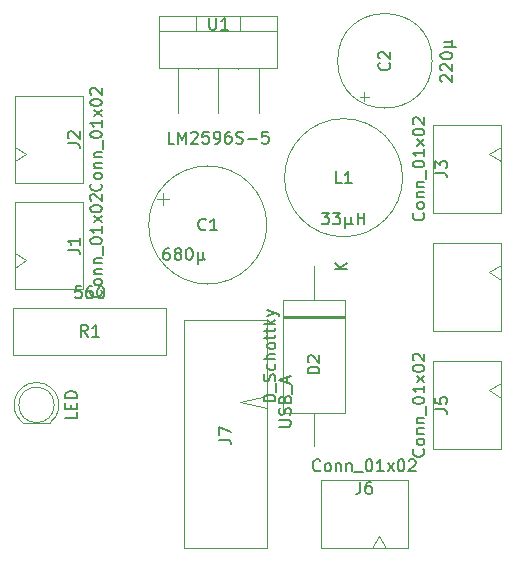
<source format=gbr>
G04 #@! TF.GenerationSoftware,KiCad,Pcbnew,(6.0.1)*
G04 #@! TF.CreationDate,2022-01-19T14:13:58+00:00*
G04 #@! TF.ProjectId,power_supply,706f7765-725f-4737-9570-706c792e6b69,rev?*
G04 #@! TF.SameCoordinates,Original*
G04 #@! TF.FileFunction,AssemblyDrawing,Top*
%FSLAX46Y46*%
G04 Gerber Fmt 4.6, Leading zero omitted, Abs format (unit mm)*
G04 Created by KiCad (PCBNEW (6.0.1)) date 2022-01-19 14:13:58*
%MOMM*%
%LPD*%
G01*
G04 APERTURE LIST*
%ADD10C,0.150000*%
%ADD11C,0.100000*%
G04 APERTURE END LIST*
D10*
X183032380Y-148071428D02*
X183841904Y-148071428D01*
X183937142Y-148023809D01*
X183984761Y-147976190D01*
X184032380Y-147880952D01*
X184032380Y-147690476D01*
X183984761Y-147595238D01*
X183937142Y-147547619D01*
X183841904Y-147500000D01*
X183032380Y-147500000D01*
X183984761Y-147071428D02*
X184032380Y-146928571D01*
X184032380Y-146690476D01*
X183984761Y-146595238D01*
X183937142Y-146547619D01*
X183841904Y-146500000D01*
X183746666Y-146500000D01*
X183651428Y-146547619D01*
X183603809Y-146595238D01*
X183556190Y-146690476D01*
X183508571Y-146880952D01*
X183460952Y-146976190D01*
X183413333Y-147023809D01*
X183318095Y-147071428D01*
X183222857Y-147071428D01*
X183127619Y-147023809D01*
X183080000Y-146976190D01*
X183032380Y-146880952D01*
X183032380Y-146642857D01*
X183080000Y-146500000D01*
X183508571Y-145738095D02*
X183556190Y-145595238D01*
X183603809Y-145547619D01*
X183699047Y-145500000D01*
X183841904Y-145500000D01*
X183937142Y-145547619D01*
X183984761Y-145595238D01*
X184032380Y-145690476D01*
X184032380Y-146071428D01*
X183032380Y-146071428D01*
X183032380Y-145738095D01*
X183080000Y-145642857D01*
X183127619Y-145595238D01*
X183222857Y-145547619D01*
X183318095Y-145547619D01*
X183413333Y-145595238D01*
X183460952Y-145642857D01*
X183508571Y-145738095D01*
X183508571Y-146071428D01*
X184127619Y-145309523D02*
X184127619Y-144547619D01*
X183746666Y-144357142D02*
X183746666Y-143880952D01*
X184032380Y-144452380D02*
X183032380Y-144119047D01*
X184032380Y-143785714D01*
X177952380Y-149188333D02*
X178666666Y-149188333D01*
X178809523Y-149235952D01*
X178904761Y-149331190D01*
X178952380Y-149474047D01*
X178952380Y-149569285D01*
X177952380Y-148807380D02*
X177952380Y-148140714D01*
X178952380Y-148569285D01*
X186511904Y-151757142D02*
X186464285Y-151804761D01*
X186321428Y-151852380D01*
X186226190Y-151852380D01*
X186083333Y-151804761D01*
X185988095Y-151709523D01*
X185940476Y-151614285D01*
X185892857Y-151423809D01*
X185892857Y-151280952D01*
X185940476Y-151090476D01*
X185988095Y-150995238D01*
X186083333Y-150900000D01*
X186226190Y-150852380D01*
X186321428Y-150852380D01*
X186464285Y-150900000D01*
X186511904Y-150947619D01*
X187083333Y-151852380D02*
X186988095Y-151804761D01*
X186940476Y-151757142D01*
X186892857Y-151661904D01*
X186892857Y-151376190D01*
X186940476Y-151280952D01*
X186988095Y-151233333D01*
X187083333Y-151185714D01*
X187226190Y-151185714D01*
X187321428Y-151233333D01*
X187369047Y-151280952D01*
X187416666Y-151376190D01*
X187416666Y-151661904D01*
X187369047Y-151757142D01*
X187321428Y-151804761D01*
X187226190Y-151852380D01*
X187083333Y-151852380D01*
X187845238Y-151185714D02*
X187845238Y-151852380D01*
X187845238Y-151280952D02*
X187892857Y-151233333D01*
X187988095Y-151185714D01*
X188130952Y-151185714D01*
X188226190Y-151233333D01*
X188273809Y-151328571D01*
X188273809Y-151852380D01*
X188750000Y-151185714D02*
X188750000Y-151852380D01*
X188750000Y-151280952D02*
X188797619Y-151233333D01*
X188892857Y-151185714D01*
X189035714Y-151185714D01*
X189130952Y-151233333D01*
X189178571Y-151328571D01*
X189178571Y-151852380D01*
X189416666Y-151947619D02*
X190178571Y-151947619D01*
X190607142Y-150852380D02*
X190702380Y-150852380D01*
X190797619Y-150900000D01*
X190845238Y-150947619D01*
X190892857Y-151042857D01*
X190940476Y-151233333D01*
X190940476Y-151471428D01*
X190892857Y-151661904D01*
X190845238Y-151757142D01*
X190797619Y-151804761D01*
X190702380Y-151852380D01*
X190607142Y-151852380D01*
X190511904Y-151804761D01*
X190464285Y-151757142D01*
X190416666Y-151661904D01*
X190369047Y-151471428D01*
X190369047Y-151233333D01*
X190416666Y-151042857D01*
X190464285Y-150947619D01*
X190511904Y-150900000D01*
X190607142Y-150852380D01*
X191892857Y-151852380D02*
X191321428Y-151852380D01*
X191607142Y-151852380D02*
X191607142Y-150852380D01*
X191511904Y-150995238D01*
X191416666Y-151090476D01*
X191321428Y-151138095D01*
X192226190Y-151852380D02*
X192750000Y-151185714D01*
X192226190Y-151185714D02*
X192750000Y-151852380D01*
X193321428Y-150852380D02*
X193416666Y-150852380D01*
X193511904Y-150900000D01*
X193559523Y-150947619D01*
X193607142Y-151042857D01*
X193654761Y-151233333D01*
X193654761Y-151471428D01*
X193607142Y-151661904D01*
X193559523Y-151757142D01*
X193511904Y-151804761D01*
X193416666Y-151852380D01*
X193321428Y-151852380D01*
X193226190Y-151804761D01*
X193178571Y-151757142D01*
X193130952Y-151661904D01*
X193083333Y-151471428D01*
X193083333Y-151233333D01*
X193130952Y-151042857D01*
X193178571Y-150947619D01*
X193226190Y-150900000D01*
X193321428Y-150852380D01*
X194035714Y-150947619D02*
X194083333Y-150900000D01*
X194178571Y-150852380D01*
X194416666Y-150852380D01*
X194511904Y-150900000D01*
X194559523Y-150947619D01*
X194607142Y-151042857D01*
X194607142Y-151138095D01*
X194559523Y-151280952D01*
X193988095Y-151852380D01*
X194607142Y-151852380D01*
X189916666Y-152752380D02*
X189916666Y-153466666D01*
X189869047Y-153609523D01*
X189773809Y-153704761D01*
X189630952Y-153752380D01*
X189535714Y-153752380D01*
X190821428Y-152752380D02*
X190630952Y-152752380D01*
X190535714Y-152800000D01*
X190488095Y-152847619D01*
X190392857Y-152990476D01*
X190345238Y-153180952D01*
X190345238Y-153561904D01*
X190392857Y-153657142D01*
X190440476Y-153704761D01*
X190535714Y-153752380D01*
X190726190Y-153752380D01*
X190821428Y-153704761D01*
X190869047Y-153657142D01*
X190916666Y-153561904D01*
X190916666Y-153323809D01*
X190869047Y-153228571D01*
X190821428Y-153180952D01*
X190726190Y-153133333D01*
X190535714Y-153133333D01*
X190440476Y-153180952D01*
X190392857Y-153228571D01*
X190345238Y-153323809D01*
X195257142Y-149988095D02*
X195304761Y-150035714D01*
X195352380Y-150178571D01*
X195352380Y-150273809D01*
X195304761Y-150416666D01*
X195209523Y-150511904D01*
X195114285Y-150559523D01*
X194923809Y-150607142D01*
X194780952Y-150607142D01*
X194590476Y-150559523D01*
X194495238Y-150511904D01*
X194400000Y-150416666D01*
X194352380Y-150273809D01*
X194352380Y-150178571D01*
X194400000Y-150035714D01*
X194447619Y-149988095D01*
X195352380Y-149416666D02*
X195304761Y-149511904D01*
X195257142Y-149559523D01*
X195161904Y-149607142D01*
X194876190Y-149607142D01*
X194780952Y-149559523D01*
X194733333Y-149511904D01*
X194685714Y-149416666D01*
X194685714Y-149273809D01*
X194733333Y-149178571D01*
X194780952Y-149130952D01*
X194876190Y-149083333D01*
X195161904Y-149083333D01*
X195257142Y-149130952D01*
X195304761Y-149178571D01*
X195352380Y-149273809D01*
X195352380Y-149416666D01*
X194685714Y-148654761D02*
X195352380Y-148654761D01*
X194780952Y-148654761D02*
X194733333Y-148607142D01*
X194685714Y-148511904D01*
X194685714Y-148369047D01*
X194733333Y-148273809D01*
X194828571Y-148226190D01*
X195352380Y-148226190D01*
X194685714Y-147750000D02*
X195352380Y-147750000D01*
X194780952Y-147750000D02*
X194733333Y-147702380D01*
X194685714Y-147607142D01*
X194685714Y-147464285D01*
X194733333Y-147369047D01*
X194828571Y-147321428D01*
X195352380Y-147321428D01*
X195447619Y-147083333D02*
X195447619Y-146321428D01*
X194352380Y-145892857D02*
X194352380Y-145797619D01*
X194400000Y-145702380D01*
X194447619Y-145654761D01*
X194542857Y-145607142D01*
X194733333Y-145559523D01*
X194971428Y-145559523D01*
X195161904Y-145607142D01*
X195257142Y-145654761D01*
X195304761Y-145702380D01*
X195352380Y-145797619D01*
X195352380Y-145892857D01*
X195304761Y-145988095D01*
X195257142Y-146035714D01*
X195161904Y-146083333D01*
X194971428Y-146130952D01*
X194733333Y-146130952D01*
X194542857Y-146083333D01*
X194447619Y-146035714D01*
X194400000Y-145988095D01*
X194352380Y-145892857D01*
X195352380Y-144607142D02*
X195352380Y-145178571D01*
X195352380Y-144892857D02*
X194352380Y-144892857D01*
X194495238Y-144988095D01*
X194590476Y-145083333D01*
X194638095Y-145178571D01*
X195352380Y-144273809D02*
X194685714Y-143750000D01*
X194685714Y-144273809D02*
X195352380Y-143750000D01*
X194352380Y-143178571D02*
X194352380Y-143083333D01*
X194400000Y-142988095D01*
X194447619Y-142940476D01*
X194542857Y-142892857D01*
X194733333Y-142845238D01*
X194971428Y-142845238D01*
X195161904Y-142892857D01*
X195257142Y-142940476D01*
X195304761Y-142988095D01*
X195352380Y-143083333D01*
X195352380Y-143178571D01*
X195304761Y-143273809D01*
X195257142Y-143321428D01*
X195161904Y-143369047D01*
X194971428Y-143416666D01*
X194733333Y-143416666D01*
X194542857Y-143369047D01*
X194447619Y-143321428D01*
X194400000Y-143273809D01*
X194352380Y-143178571D01*
X194447619Y-142464285D02*
X194400000Y-142416666D01*
X194352380Y-142321428D01*
X194352380Y-142083333D01*
X194400000Y-141988095D01*
X194447619Y-141940476D01*
X194542857Y-141892857D01*
X194638095Y-141892857D01*
X194780952Y-141940476D01*
X195352380Y-142511904D01*
X195352380Y-141892857D01*
X196252380Y-146583333D02*
X196966666Y-146583333D01*
X197109523Y-146630952D01*
X197204761Y-146726190D01*
X197252380Y-146869047D01*
X197252380Y-146964285D01*
X196252380Y-145630952D02*
X196252380Y-146107142D01*
X196728571Y-146154761D01*
X196680952Y-146107142D01*
X196633333Y-146011904D01*
X196633333Y-145773809D01*
X196680952Y-145678571D01*
X196728571Y-145630952D01*
X196823809Y-145583333D01*
X197061904Y-145583333D01*
X197157142Y-145630952D01*
X197204761Y-145678571D01*
X197252380Y-145773809D01*
X197252380Y-146011904D01*
X197204761Y-146107142D01*
X197157142Y-146154761D01*
X166285714Y-136202380D02*
X165809523Y-136202380D01*
X165761904Y-136678571D01*
X165809523Y-136630952D01*
X165904761Y-136583333D01*
X166142857Y-136583333D01*
X166238095Y-136630952D01*
X166285714Y-136678571D01*
X166333333Y-136773809D01*
X166333333Y-137011904D01*
X166285714Y-137107142D01*
X166238095Y-137154761D01*
X166142857Y-137202380D01*
X165904761Y-137202380D01*
X165809523Y-137154761D01*
X165761904Y-137107142D01*
X167190476Y-136202380D02*
X167000000Y-136202380D01*
X166904761Y-136250000D01*
X166857142Y-136297619D01*
X166761904Y-136440476D01*
X166714285Y-136630952D01*
X166714285Y-137011904D01*
X166761904Y-137107142D01*
X166809523Y-137154761D01*
X166904761Y-137202380D01*
X167095238Y-137202380D01*
X167190476Y-137154761D01*
X167238095Y-137107142D01*
X167285714Y-137011904D01*
X167285714Y-136773809D01*
X167238095Y-136678571D01*
X167190476Y-136630952D01*
X167095238Y-136583333D01*
X166904761Y-136583333D01*
X166809523Y-136630952D01*
X166761904Y-136678571D01*
X166714285Y-136773809D01*
X167904761Y-136202380D02*
X168000000Y-136202380D01*
X168095238Y-136250000D01*
X168142857Y-136297619D01*
X168190476Y-136392857D01*
X168238095Y-136583333D01*
X168238095Y-136821428D01*
X168190476Y-137011904D01*
X168142857Y-137107142D01*
X168095238Y-137154761D01*
X168000000Y-137202380D01*
X167904761Y-137202380D01*
X167809523Y-137154761D01*
X167761904Y-137107142D01*
X167714285Y-137011904D01*
X167666666Y-136821428D01*
X167666666Y-136583333D01*
X167714285Y-136392857D01*
X167761904Y-136297619D01*
X167809523Y-136250000D01*
X167904761Y-136202380D01*
X166833333Y-140452380D02*
X166500000Y-139976190D01*
X166261904Y-140452380D02*
X166261904Y-139452380D01*
X166642857Y-139452380D01*
X166738095Y-139500000D01*
X166785714Y-139547619D01*
X166833333Y-139642857D01*
X166833333Y-139785714D01*
X166785714Y-139880952D01*
X166738095Y-139928571D01*
X166642857Y-139976190D01*
X166261904Y-139976190D01*
X167785714Y-140452380D02*
X167214285Y-140452380D01*
X167500000Y-140452380D02*
X167500000Y-139452380D01*
X167404761Y-139595238D01*
X167309523Y-139690476D01*
X167214285Y-139738095D01*
X165912380Y-146872857D02*
X165912380Y-147349047D01*
X164912380Y-147349047D01*
X165388571Y-146539523D02*
X165388571Y-146206190D01*
X165912380Y-146063333D02*
X165912380Y-146539523D01*
X164912380Y-146539523D01*
X164912380Y-146063333D01*
X165912380Y-145634761D02*
X164912380Y-145634761D01*
X164912380Y-145396666D01*
X164960000Y-145253809D01*
X165055238Y-145158571D01*
X165150476Y-145110952D01*
X165340952Y-145063333D01*
X165483809Y-145063333D01*
X165674285Y-145110952D01*
X165769523Y-145158571D01*
X165864761Y-145253809D01*
X165912380Y-145396666D01*
X165912380Y-145634761D01*
X167957142Y-127488095D02*
X168004761Y-127535714D01*
X168052380Y-127678571D01*
X168052380Y-127773809D01*
X168004761Y-127916666D01*
X167909523Y-128011904D01*
X167814285Y-128059523D01*
X167623809Y-128107142D01*
X167480952Y-128107142D01*
X167290476Y-128059523D01*
X167195238Y-128011904D01*
X167100000Y-127916666D01*
X167052380Y-127773809D01*
X167052380Y-127678571D01*
X167100000Y-127535714D01*
X167147619Y-127488095D01*
X168052380Y-126916666D02*
X168004761Y-127011904D01*
X167957142Y-127059523D01*
X167861904Y-127107142D01*
X167576190Y-127107142D01*
X167480952Y-127059523D01*
X167433333Y-127011904D01*
X167385714Y-126916666D01*
X167385714Y-126773809D01*
X167433333Y-126678571D01*
X167480952Y-126630952D01*
X167576190Y-126583333D01*
X167861904Y-126583333D01*
X167957142Y-126630952D01*
X168004761Y-126678571D01*
X168052380Y-126773809D01*
X168052380Y-126916666D01*
X167385714Y-126154761D02*
X168052380Y-126154761D01*
X167480952Y-126154761D02*
X167433333Y-126107142D01*
X167385714Y-126011904D01*
X167385714Y-125869047D01*
X167433333Y-125773809D01*
X167528571Y-125726190D01*
X168052380Y-125726190D01*
X167385714Y-125250000D02*
X168052380Y-125250000D01*
X167480952Y-125250000D02*
X167433333Y-125202380D01*
X167385714Y-125107142D01*
X167385714Y-124964285D01*
X167433333Y-124869047D01*
X167528571Y-124821428D01*
X168052380Y-124821428D01*
X168147619Y-124583333D02*
X168147619Y-123821428D01*
X167052380Y-123392857D02*
X167052380Y-123297619D01*
X167100000Y-123202380D01*
X167147619Y-123154761D01*
X167242857Y-123107142D01*
X167433333Y-123059523D01*
X167671428Y-123059523D01*
X167861904Y-123107142D01*
X167957142Y-123154761D01*
X168004761Y-123202380D01*
X168052380Y-123297619D01*
X168052380Y-123392857D01*
X168004761Y-123488095D01*
X167957142Y-123535714D01*
X167861904Y-123583333D01*
X167671428Y-123630952D01*
X167433333Y-123630952D01*
X167242857Y-123583333D01*
X167147619Y-123535714D01*
X167100000Y-123488095D01*
X167052380Y-123392857D01*
X168052380Y-122107142D02*
X168052380Y-122678571D01*
X168052380Y-122392857D02*
X167052380Y-122392857D01*
X167195238Y-122488095D01*
X167290476Y-122583333D01*
X167338095Y-122678571D01*
X168052380Y-121773809D02*
X167385714Y-121250000D01*
X167385714Y-121773809D02*
X168052380Y-121250000D01*
X167052380Y-120678571D02*
X167052380Y-120583333D01*
X167100000Y-120488095D01*
X167147619Y-120440476D01*
X167242857Y-120392857D01*
X167433333Y-120345238D01*
X167671428Y-120345238D01*
X167861904Y-120392857D01*
X167957142Y-120440476D01*
X168004761Y-120488095D01*
X168052380Y-120583333D01*
X168052380Y-120678571D01*
X168004761Y-120773809D01*
X167957142Y-120821428D01*
X167861904Y-120869047D01*
X167671428Y-120916666D01*
X167433333Y-120916666D01*
X167242857Y-120869047D01*
X167147619Y-120821428D01*
X167100000Y-120773809D01*
X167052380Y-120678571D01*
X167147619Y-119964285D02*
X167100000Y-119916666D01*
X167052380Y-119821428D01*
X167052380Y-119583333D01*
X167100000Y-119488095D01*
X167147619Y-119440476D01*
X167242857Y-119392857D01*
X167338095Y-119392857D01*
X167480952Y-119440476D01*
X168052380Y-120011904D01*
X168052380Y-119392857D01*
X165152380Y-124083333D02*
X165866666Y-124083333D01*
X166009523Y-124130952D01*
X166104761Y-124226190D01*
X166152380Y-124369047D01*
X166152380Y-124464285D01*
X165247619Y-123654761D02*
X165200000Y-123607142D01*
X165152380Y-123511904D01*
X165152380Y-123273809D01*
X165200000Y-123178571D01*
X165247619Y-123130952D01*
X165342857Y-123083333D01*
X165438095Y-123083333D01*
X165580952Y-123130952D01*
X166152380Y-123702380D01*
X166152380Y-123083333D01*
X167957142Y-136488095D02*
X168004761Y-136535714D01*
X168052380Y-136678571D01*
X168052380Y-136773809D01*
X168004761Y-136916666D01*
X167909523Y-137011904D01*
X167814285Y-137059523D01*
X167623809Y-137107142D01*
X167480952Y-137107142D01*
X167290476Y-137059523D01*
X167195238Y-137011904D01*
X167100000Y-136916666D01*
X167052380Y-136773809D01*
X167052380Y-136678571D01*
X167100000Y-136535714D01*
X167147619Y-136488095D01*
X168052380Y-135916666D02*
X168004761Y-136011904D01*
X167957142Y-136059523D01*
X167861904Y-136107142D01*
X167576190Y-136107142D01*
X167480952Y-136059523D01*
X167433333Y-136011904D01*
X167385714Y-135916666D01*
X167385714Y-135773809D01*
X167433333Y-135678571D01*
X167480952Y-135630952D01*
X167576190Y-135583333D01*
X167861904Y-135583333D01*
X167957142Y-135630952D01*
X168004761Y-135678571D01*
X168052380Y-135773809D01*
X168052380Y-135916666D01*
X167385714Y-135154761D02*
X168052380Y-135154761D01*
X167480952Y-135154761D02*
X167433333Y-135107142D01*
X167385714Y-135011904D01*
X167385714Y-134869047D01*
X167433333Y-134773809D01*
X167528571Y-134726190D01*
X168052380Y-134726190D01*
X167385714Y-134250000D02*
X168052380Y-134250000D01*
X167480952Y-134250000D02*
X167433333Y-134202380D01*
X167385714Y-134107142D01*
X167385714Y-133964285D01*
X167433333Y-133869047D01*
X167528571Y-133821428D01*
X168052380Y-133821428D01*
X168147619Y-133583333D02*
X168147619Y-132821428D01*
X167052380Y-132392857D02*
X167052380Y-132297619D01*
X167100000Y-132202380D01*
X167147619Y-132154761D01*
X167242857Y-132107142D01*
X167433333Y-132059523D01*
X167671428Y-132059523D01*
X167861904Y-132107142D01*
X167957142Y-132154761D01*
X168004761Y-132202380D01*
X168052380Y-132297619D01*
X168052380Y-132392857D01*
X168004761Y-132488095D01*
X167957142Y-132535714D01*
X167861904Y-132583333D01*
X167671428Y-132630952D01*
X167433333Y-132630952D01*
X167242857Y-132583333D01*
X167147619Y-132535714D01*
X167100000Y-132488095D01*
X167052380Y-132392857D01*
X168052380Y-131107142D02*
X168052380Y-131678571D01*
X168052380Y-131392857D02*
X167052380Y-131392857D01*
X167195238Y-131488095D01*
X167290476Y-131583333D01*
X167338095Y-131678571D01*
X168052380Y-130773809D02*
X167385714Y-130250000D01*
X167385714Y-130773809D02*
X168052380Y-130250000D01*
X167052380Y-129678571D02*
X167052380Y-129583333D01*
X167100000Y-129488095D01*
X167147619Y-129440476D01*
X167242857Y-129392857D01*
X167433333Y-129345238D01*
X167671428Y-129345238D01*
X167861904Y-129392857D01*
X167957142Y-129440476D01*
X168004761Y-129488095D01*
X168052380Y-129583333D01*
X168052380Y-129678571D01*
X168004761Y-129773809D01*
X167957142Y-129821428D01*
X167861904Y-129869047D01*
X167671428Y-129916666D01*
X167433333Y-129916666D01*
X167242857Y-129869047D01*
X167147619Y-129821428D01*
X167100000Y-129773809D01*
X167052380Y-129678571D01*
X167147619Y-128964285D02*
X167100000Y-128916666D01*
X167052380Y-128821428D01*
X167052380Y-128583333D01*
X167100000Y-128488095D01*
X167147619Y-128440476D01*
X167242857Y-128392857D01*
X167338095Y-128392857D01*
X167480952Y-128440476D01*
X168052380Y-129011904D01*
X168052380Y-128392857D01*
X165152380Y-133083333D02*
X165866666Y-133083333D01*
X166009523Y-133130952D01*
X166104761Y-133226190D01*
X166152380Y-133369047D01*
X166152380Y-133464285D01*
X166152380Y-132083333D02*
X166152380Y-132654761D01*
X166152380Y-132369047D02*
X165152380Y-132369047D01*
X165295238Y-132464285D01*
X165390476Y-132559523D01*
X165438095Y-132654761D01*
X173714285Y-132952380D02*
X173523809Y-132952380D01*
X173428571Y-133000000D01*
X173380952Y-133047619D01*
X173285714Y-133190476D01*
X173238095Y-133380952D01*
X173238095Y-133761904D01*
X173285714Y-133857142D01*
X173333333Y-133904761D01*
X173428571Y-133952380D01*
X173619047Y-133952380D01*
X173714285Y-133904761D01*
X173761904Y-133857142D01*
X173809523Y-133761904D01*
X173809523Y-133523809D01*
X173761904Y-133428571D01*
X173714285Y-133380952D01*
X173619047Y-133333333D01*
X173428571Y-133333333D01*
X173333333Y-133380952D01*
X173285714Y-133428571D01*
X173238095Y-133523809D01*
X174380952Y-133380952D02*
X174285714Y-133333333D01*
X174238095Y-133285714D01*
X174190476Y-133190476D01*
X174190476Y-133142857D01*
X174238095Y-133047619D01*
X174285714Y-133000000D01*
X174380952Y-132952380D01*
X174571428Y-132952380D01*
X174666666Y-133000000D01*
X174714285Y-133047619D01*
X174761904Y-133142857D01*
X174761904Y-133190476D01*
X174714285Y-133285714D01*
X174666666Y-133333333D01*
X174571428Y-133380952D01*
X174380952Y-133380952D01*
X174285714Y-133428571D01*
X174238095Y-133476190D01*
X174190476Y-133571428D01*
X174190476Y-133761904D01*
X174238095Y-133857142D01*
X174285714Y-133904761D01*
X174380952Y-133952380D01*
X174571428Y-133952380D01*
X174666666Y-133904761D01*
X174714285Y-133857142D01*
X174761904Y-133761904D01*
X174761904Y-133571428D01*
X174714285Y-133476190D01*
X174666666Y-133428571D01*
X174571428Y-133380952D01*
X175380952Y-132952380D02*
X175476190Y-132952380D01*
X175571428Y-133000000D01*
X175619047Y-133047619D01*
X175666666Y-133142857D01*
X175714285Y-133333333D01*
X175714285Y-133571428D01*
X175666666Y-133761904D01*
X175619047Y-133857142D01*
X175571428Y-133904761D01*
X175476190Y-133952380D01*
X175380952Y-133952380D01*
X175285714Y-133904761D01*
X175238095Y-133857142D01*
X175190476Y-133761904D01*
X175142857Y-133571428D01*
X175142857Y-133333333D01*
X175190476Y-133142857D01*
X175238095Y-133047619D01*
X175285714Y-133000000D01*
X175380952Y-132952380D01*
X176142857Y-133285714D02*
X176142857Y-134285714D01*
X176619047Y-133809523D02*
X176666666Y-133904761D01*
X176761904Y-133952380D01*
X176142857Y-133809523D02*
X176190476Y-133904761D01*
X176285714Y-133952380D01*
X176476190Y-133952380D01*
X176571428Y-133904761D01*
X176619047Y-133809523D01*
X176619047Y-133285714D01*
X176833333Y-131357142D02*
X176785714Y-131404761D01*
X176642857Y-131452380D01*
X176547619Y-131452380D01*
X176404761Y-131404761D01*
X176309523Y-131309523D01*
X176261904Y-131214285D01*
X176214285Y-131023809D01*
X176214285Y-130880952D01*
X176261904Y-130690476D01*
X176309523Y-130595238D01*
X176404761Y-130500000D01*
X176547619Y-130452380D01*
X176642857Y-130452380D01*
X176785714Y-130500000D01*
X176833333Y-130547619D01*
X177785714Y-131452380D02*
X177214285Y-131452380D01*
X177500000Y-131452380D02*
X177500000Y-130452380D01*
X177404761Y-130595238D01*
X177309523Y-130690476D01*
X177214285Y-130738095D01*
X196797619Y-118861904D02*
X196750000Y-118814285D01*
X196702380Y-118719047D01*
X196702380Y-118480952D01*
X196750000Y-118385714D01*
X196797619Y-118338095D01*
X196892857Y-118290476D01*
X196988095Y-118290476D01*
X197130952Y-118338095D01*
X197702380Y-118909523D01*
X197702380Y-118290476D01*
X196797619Y-117909523D02*
X196750000Y-117861904D01*
X196702380Y-117766666D01*
X196702380Y-117528571D01*
X196750000Y-117433333D01*
X196797619Y-117385714D01*
X196892857Y-117338095D01*
X196988095Y-117338095D01*
X197130952Y-117385714D01*
X197702380Y-117957142D01*
X197702380Y-117338095D01*
X196702380Y-116719047D02*
X196702380Y-116623809D01*
X196750000Y-116528571D01*
X196797619Y-116480952D01*
X196892857Y-116433333D01*
X197083333Y-116385714D01*
X197321428Y-116385714D01*
X197511904Y-116433333D01*
X197607142Y-116480952D01*
X197654761Y-116528571D01*
X197702380Y-116623809D01*
X197702380Y-116719047D01*
X197654761Y-116814285D01*
X197607142Y-116861904D01*
X197511904Y-116909523D01*
X197321428Y-116957142D01*
X197083333Y-116957142D01*
X196892857Y-116909523D01*
X196797619Y-116861904D01*
X196750000Y-116814285D01*
X196702380Y-116719047D01*
X197035714Y-115957142D02*
X198035714Y-115957142D01*
X197559523Y-115480952D02*
X197654761Y-115433333D01*
X197702380Y-115338095D01*
X197559523Y-115957142D02*
X197654761Y-115909523D01*
X197702380Y-115814285D01*
X197702380Y-115623809D01*
X197654761Y-115528571D01*
X197559523Y-115480952D01*
X197035714Y-115480952D01*
X192357142Y-117266666D02*
X192404761Y-117314285D01*
X192452380Y-117457142D01*
X192452380Y-117552380D01*
X192404761Y-117695238D01*
X192309523Y-117790476D01*
X192214285Y-117838095D01*
X192023809Y-117885714D01*
X191880952Y-117885714D01*
X191690476Y-117838095D01*
X191595238Y-117790476D01*
X191500000Y-117695238D01*
X191452380Y-117552380D01*
X191452380Y-117457142D01*
X191500000Y-117314285D01*
X191547619Y-117266666D01*
X191547619Y-116885714D02*
X191500000Y-116838095D01*
X191452380Y-116742857D01*
X191452380Y-116504761D01*
X191500000Y-116409523D01*
X191547619Y-116361904D01*
X191642857Y-116314285D01*
X191738095Y-116314285D01*
X191880952Y-116361904D01*
X192452380Y-116933333D01*
X192452380Y-116314285D01*
X182727380Y-145929523D02*
X181727380Y-145929523D01*
X181727380Y-145691428D01*
X181775000Y-145548571D01*
X181870238Y-145453333D01*
X181965476Y-145405714D01*
X182155952Y-145358095D01*
X182298809Y-145358095D01*
X182489285Y-145405714D01*
X182584523Y-145453333D01*
X182679761Y-145548571D01*
X182727380Y-145691428D01*
X182727380Y-145929523D01*
X182822619Y-145167619D02*
X182822619Y-144405714D01*
X182679761Y-144215238D02*
X182727380Y-144072380D01*
X182727380Y-143834285D01*
X182679761Y-143739047D01*
X182632142Y-143691428D01*
X182536904Y-143643809D01*
X182441666Y-143643809D01*
X182346428Y-143691428D01*
X182298809Y-143739047D01*
X182251190Y-143834285D01*
X182203571Y-144024761D01*
X182155952Y-144120000D01*
X182108333Y-144167619D01*
X182013095Y-144215238D01*
X181917857Y-144215238D01*
X181822619Y-144167619D01*
X181775000Y-144120000D01*
X181727380Y-144024761D01*
X181727380Y-143786666D01*
X181775000Y-143643809D01*
X182679761Y-142786666D02*
X182727380Y-142881904D01*
X182727380Y-143072380D01*
X182679761Y-143167619D01*
X182632142Y-143215238D01*
X182536904Y-143262857D01*
X182251190Y-143262857D01*
X182155952Y-143215238D01*
X182108333Y-143167619D01*
X182060714Y-143072380D01*
X182060714Y-142881904D01*
X182108333Y-142786666D01*
X182727380Y-142358095D02*
X181727380Y-142358095D01*
X182727380Y-141929523D02*
X182203571Y-141929523D01*
X182108333Y-141977142D01*
X182060714Y-142072380D01*
X182060714Y-142215238D01*
X182108333Y-142310476D01*
X182155952Y-142358095D01*
X182727380Y-141310476D02*
X182679761Y-141405714D01*
X182632142Y-141453333D01*
X182536904Y-141500952D01*
X182251190Y-141500952D01*
X182155952Y-141453333D01*
X182108333Y-141405714D01*
X182060714Y-141310476D01*
X182060714Y-141167619D01*
X182108333Y-141072380D01*
X182155952Y-141024761D01*
X182251190Y-140977142D01*
X182536904Y-140977142D01*
X182632142Y-141024761D01*
X182679761Y-141072380D01*
X182727380Y-141167619D01*
X182727380Y-141310476D01*
X182060714Y-140691428D02*
X182060714Y-140310476D01*
X181727380Y-140548571D02*
X182584523Y-140548571D01*
X182679761Y-140500952D01*
X182727380Y-140405714D01*
X182727380Y-140310476D01*
X182060714Y-140120000D02*
X182060714Y-139739047D01*
X181727380Y-139977142D02*
X182584523Y-139977142D01*
X182679761Y-139929523D01*
X182727380Y-139834285D01*
X182727380Y-139739047D01*
X182727380Y-139405714D02*
X181727380Y-139405714D01*
X182346428Y-139310476D02*
X182727380Y-139024761D01*
X182060714Y-139024761D02*
X182441666Y-139405714D01*
X182060714Y-138691428D02*
X182727380Y-138453333D01*
X182060714Y-138215238D02*
X182727380Y-138453333D01*
X182965476Y-138548571D01*
X183013095Y-138596190D01*
X183060714Y-138691428D01*
X186452380Y-143572845D02*
X185452380Y-143572845D01*
X185452380Y-143334750D01*
X185500000Y-143191892D01*
X185595238Y-143096654D01*
X185690476Y-143049035D01*
X185880952Y-143001416D01*
X186023809Y-143001416D01*
X186214285Y-143049035D01*
X186309523Y-143096654D01*
X186404761Y-143191892D01*
X186452380Y-143334750D01*
X186452380Y-143572845D01*
X185547619Y-142620464D02*
X185500000Y-142572845D01*
X185452380Y-142477607D01*
X185452380Y-142239511D01*
X185500000Y-142144273D01*
X185547619Y-142096654D01*
X185642857Y-142049035D01*
X185738095Y-142049035D01*
X185880952Y-142096654D01*
X186452380Y-142668083D01*
X186452380Y-142049035D01*
X188752380Y-134761904D02*
X187752380Y-134761904D01*
X188752380Y-134190476D02*
X188180952Y-134619047D01*
X187752380Y-134190476D02*
X188323809Y-134761904D01*
X195257142Y-129988095D02*
X195304761Y-130035714D01*
X195352380Y-130178571D01*
X195352380Y-130273809D01*
X195304761Y-130416666D01*
X195209523Y-130511904D01*
X195114285Y-130559523D01*
X194923809Y-130607142D01*
X194780952Y-130607142D01*
X194590476Y-130559523D01*
X194495238Y-130511904D01*
X194400000Y-130416666D01*
X194352380Y-130273809D01*
X194352380Y-130178571D01*
X194400000Y-130035714D01*
X194447619Y-129988095D01*
X195352380Y-129416666D02*
X195304761Y-129511904D01*
X195257142Y-129559523D01*
X195161904Y-129607142D01*
X194876190Y-129607142D01*
X194780952Y-129559523D01*
X194733333Y-129511904D01*
X194685714Y-129416666D01*
X194685714Y-129273809D01*
X194733333Y-129178571D01*
X194780952Y-129130952D01*
X194876190Y-129083333D01*
X195161904Y-129083333D01*
X195257142Y-129130952D01*
X195304761Y-129178571D01*
X195352380Y-129273809D01*
X195352380Y-129416666D01*
X194685714Y-128654761D02*
X195352380Y-128654761D01*
X194780952Y-128654761D02*
X194733333Y-128607142D01*
X194685714Y-128511904D01*
X194685714Y-128369047D01*
X194733333Y-128273809D01*
X194828571Y-128226190D01*
X195352380Y-128226190D01*
X194685714Y-127750000D02*
X195352380Y-127750000D01*
X194780952Y-127750000D02*
X194733333Y-127702380D01*
X194685714Y-127607142D01*
X194685714Y-127464285D01*
X194733333Y-127369047D01*
X194828571Y-127321428D01*
X195352380Y-127321428D01*
X195447619Y-127083333D02*
X195447619Y-126321428D01*
X194352380Y-125892857D02*
X194352380Y-125797619D01*
X194400000Y-125702380D01*
X194447619Y-125654761D01*
X194542857Y-125607142D01*
X194733333Y-125559523D01*
X194971428Y-125559523D01*
X195161904Y-125607142D01*
X195257142Y-125654761D01*
X195304761Y-125702380D01*
X195352380Y-125797619D01*
X195352380Y-125892857D01*
X195304761Y-125988095D01*
X195257142Y-126035714D01*
X195161904Y-126083333D01*
X194971428Y-126130952D01*
X194733333Y-126130952D01*
X194542857Y-126083333D01*
X194447619Y-126035714D01*
X194400000Y-125988095D01*
X194352380Y-125892857D01*
X195352380Y-124607142D02*
X195352380Y-125178571D01*
X195352380Y-124892857D02*
X194352380Y-124892857D01*
X194495238Y-124988095D01*
X194590476Y-125083333D01*
X194638095Y-125178571D01*
X195352380Y-124273809D02*
X194685714Y-123750000D01*
X194685714Y-124273809D02*
X195352380Y-123750000D01*
X194352380Y-123178571D02*
X194352380Y-123083333D01*
X194400000Y-122988095D01*
X194447619Y-122940476D01*
X194542857Y-122892857D01*
X194733333Y-122845238D01*
X194971428Y-122845238D01*
X195161904Y-122892857D01*
X195257142Y-122940476D01*
X195304761Y-122988095D01*
X195352380Y-123083333D01*
X195352380Y-123178571D01*
X195304761Y-123273809D01*
X195257142Y-123321428D01*
X195161904Y-123369047D01*
X194971428Y-123416666D01*
X194733333Y-123416666D01*
X194542857Y-123369047D01*
X194447619Y-123321428D01*
X194400000Y-123273809D01*
X194352380Y-123178571D01*
X194447619Y-122464285D02*
X194400000Y-122416666D01*
X194352380Y-122321428D01*
X194352380Y-122083333D01*
X194400000Y-121988095D01*
X194447619Y-121940476D01*
X194542857Y-121892857D01*
X194638095Y-121892857D01*
X194780952Y-121940476D01*
X195352380Y-122511904D01*
X195352380Y-121892857D01*
X196252380Y-126583333D02*
X196966666Y-126583333D01*
X197109523Y-126630952D01*
X197204761Y-126726190D01*
X197252380Y-126869047D01*
X197252380Y-126964285D01*
X196252380Y-126202380D02*
X196252380Y-125583333D01*
X196633333Y-125916666D01*
X196633333Y-125773809D01*
X196680952Y-125678571D01*
X196728571Y-125630952D01*
X196823809Y-125583333D01*
X197061904Y-125583333D01*
X197157142Y-125630952D01*
X197204761Y-125678571D01*
X197252380Y-125773809D01*
X197252380Y-126059523D01*
X197204761Y-126154761D01*
X197157142Y-126202380D01*
X186642857Y-129952380D02*
X187261904Y-129952380D01*
X186928571Y-130333333D01*
X187071428Y-130333333D01*
X187166666Y-130380952D01*
X187214285Y-130428571D01*
X187261904Y-130523809D01*
X187261904Y-130761904D01*
X187214285Y-130857142D01*
X187166666Y-130904761D01*
X187071428Y-130952380D01*
X186785714Y-130952380D01*
X186690476Y-130904761D01*
X186642857Y-130857142D01*
X187595238Y-129952380D02*
X188214285Y-129952380D01*
X187880952Y-130333333D01*
X188023809Y-130333333D01*
X188119047Y-130380952D01*
X188166666Y-130428571D01*
X188214285Y-130523809D01*
X188214285Y-130761904D01*
X188166666Y-130857142D01*
X188119047Y-130904761D01*
X188023809Y-130952380D01*
X187738095Y-130952380D01*
X187642857Y-130904761D01*
X187595238Y-130857142D01*
X188642857Y-130285714D02*
X188642857Y-131285714D01*
X189119047Y-130809523D02*
X189166666Y-130904761D01*
X189261904Y-130952380D01*
X188642857Y-130809523D02*
X188690476Y-130904761D01*
X188785714Y-130952380D01*
X188976190Y-130952380D01*
X189071428Y-130904761D01*
X189119047Y-130809523D01*
X189119047Y-130285714D01*
X189690476Y-130952380D02*
X189690476Y-129952380D01*
X189690476Y-130428571D02*
X190261904Y-130428571D01*
X190261904Y-130952380D02*
X190261904Y-129952380D01*
X188333333Y-127452380D02*
X187857142Y-127452380D01*
X187857142Y-126452380D01*
X189190476Y-127452380D02*
X188619047Y-127452380D01*
X188904761Y-127452380D02*
X188904761Y-126452380D01*
X188809523Y-126595238D01*
X188714285Y-126690476D01*
X188619047Y-126738095D01*
X174161904Y-124102380D02*
X173685714Y-124102380D01*
X173685714Y-123102380D01*
X174495238Y-124102380D02*
X174495238Y-123102380D01*
X174828571Y-123816666D01*
X175161904Y-123102380D01*
X175161904Y-124102380D01*
X175590476Y-123197619D02*
X175638095Y-123150000D01*
X175733333Y-123102380D01*
X175971428Y-123102380D01*
X176066666Y-123150000D01*
X176114285Y-123197619D01*
X176161904Y-123292857D01*
X176161904Y-123388095D01*
X176114285Y-123530952D01*
X175542857Y-124102380D01*
X176161904Y-124102380D01*
X177066666Y-123102380D02*
X176590476Y-123102380D01*
X176542857Y-123578571D01*
X176590476Y-123530952D01*
X176685714Y-123483333D01*
X176923809Y-123483333D01*
X177019047Y-123530952D01*
X177066666Y-123578571D01*
X177114285Y-123673809D01*
X177114285Y-123911904D01*
X177066666Y-124007142D01*
X177019047Y-124054761D01*
X176923809Y-124102380D01*
X176685714Y-124102380D01*
X176590476Y-124054761D01*
X176542857Y-124007142D01*
X177590476Y-124102380D02*
X177780952Y-124102380D01*
X177876190Y-124054761D01*
X177923809Y-124007142D01*
X178019047Y-123864285D01*
X178066666Y-123673809D01*
X178066666Y-123292857D01*
X178019047Y-123197619D01*
X177971428Y-123150000D01*
X177876190Y-123102380D01*
X177685714Y-123102380D01*
X177590476Y-123150000D01*
X177542857Y-123197619D01*
X177495238Y-123292857D01*
X177495238Y-123530952D01*
X177542857Y-123626190D01*
X177590476Y-123673809D01*
X177685714Y-123721428D01*
X177876190Y-123721428D01*
X177971428Y-123673809D01*
X178019047Y-123626190D01*
X178066666Y-123530952D01*
X178923809Y-123102380D02*
X178733333Y-123102380D01*
X178638095Y-123150000D01*
X178590476Y-123197619D01*
X178495238Y-123340476D01*
X178447619Y-123530952D01*
X178447619Y-123911904D01*
X178495238Y-124007142D01*
X178542857Y-124054761D01*
X178638095Y-124102380D01*
X178828571Y-124102380D01*
X178923809Y-124054761D01*
X178971428Y-124007142D01*
X179019047Y-123911904D01*
X179019047Y-123673809D01*
X178971428Y-123578571D01*
X178923809Y-123530952D01*
X178828571Y-123483333D01*
X178638095Y-123483333D01*
X178542857Y-123530952D01*
X178495238Y-123578571D01*
X178447619Y-123673809D01*
X179400000Y-124054761D02*
X179542857Y-124102380D01*
X179780952Y-124102380D01*
X179876190Y-124054761D01*
X179923809Y-124007142D01*
X179971428Y-123911904D01*
X179971428Y-123816666D01*
X179923809Y-123721428D01*
X179876190Y-123673809D01*
X179780952Y-123626190D01*
X179590476Y-123578571D01*
X179495238Y-123530952D01*
X179447619Y-123483333D01*
X179400000Y-123388095D01*
X179400000Y-123292857D01*
X179447619Y-123197619D01*
X179495238Y-123150000D01*
X179590476Y-123102380D01*
X179828571Y-123102380D01*
X179971428Y-123150000D01*
X180400000Y-123721428D02*
X181161904Y-123721428D01*
X182114285Y-123102380D02*
X181638095Y-123102380D01*
X181590476Y-123578571D01*
X181638095Y-123530952D01*
X181733333Y-123483333D01*
X181971428Y-123483333D01*
X182066666Y-123530952D01*
X182114285Y-123578571D01*
X182161904Y-123673809D01*
X182161904Y-123911904D01*
X182114285Y-124007142D01*
X182066666Y-124054761D01*
X181971428Y-124102380D01*
X181733333Y-124102380D01*
X181638095Y-124054761D01*
X181590476Y-124007142D01*
X177138095Y-113452380D02*
X177138095Y-114261904D01*
X177185714Y-114357142D01*
X177233333Y-114404761D01*
X177328571Y-114452380D01*
X177519047Y-114452380D01*
X177614285Y-114404761D01*
X177661904Y-114357142D01*
X177709523Y-114261904D01*
X177709523Y-113452380D01*
X178709523Y-114452380D02*
X178138095Y-114452380D01*
X178423809Y-114452380D02*
X178423809Y-113452380D01*
X178328571Y-113595238D01*
X178233333Y-113690476D01*
X178138095Y-113738095D01*
D11*
X174950000Y-158330000D02*
X174950000Y-139030000D01*
X182050000Y-146500000D02*
X179750000Y-146000000D01*
X182050000Y-158330000D02*
X174950000Y-158330000D01*
X174950000Y-139030000D02*
X182050000Y-139030000D01*
X179750000Y-146000000D02*
X182050000Y-145500000D01*
X182050000Y-139030000D02*
X182050000Y-158330000D01*
X191500000Y-157350000D02*
X190875000Y-158350000D01*
X192125000Y-158350000D02*
X191500000Y-157350000D01*
X186550000Y-158350000D02*
X193950000Y-158350000D01*
X186550000Y-152600000D02*
X186550000Y-158350000D01*
X193950000Y-152600000D02*
X186550000Y-152600000D01*
X193950000Y-158350000D02*
X193950000Y-152600000D01*
X200850000Y-145000000D02*
X201850000Y-145625000D01*
X201850000Y-144375000D02*
X200850000Y-145000000D01*
X201850000Y-149950000D02*
X201850000Y-142550000D01*
X196100000Y-149950000D02*
X201850000Y-149950000D01*
X196100000Y-142550000D02*
X196100000Y-149950000D01*
X201850000Y-142550000D02*
X196100000Y-142550000D01*
X160500000Y-142000000D02*
X173500000Y-142000000D01*
X160500000Y-138000000D02*
X160500000Y-142000000D01*
X173500000Y-138000000D02*
X160500000Y-138000000D01*
X173500000Y-142000000D02*
X173500000Y-138000000D01*
X161333810Y-147730000D02*
X163666190Y-147730000D01*
X164000000Y-146230000D02*
G75*
G03*
X164000000Y-146230000I-1500000J0D01*
G01*
X163665476Y-147730555D02*
G75*
G03*
X161333810Y-147730000I-1165476J1500555D01*
G01*
X161650000Y-125000000D02*
X160650000Y-124375000D01*
X160650000Y-125625000D02*
X161650000Y-125000000D01*
X160650000Y-120050000D02*
X160650000Y-127450000D01*
X166400000Y-120050000D02*
X160650000Y-120050000D01*
X166400000Y-127450000D02*
X166400000Y-120050000D01*
X160650000Y-127450000D02*
X166400000Y-127450000D01*
X161650000Y-134000000D02*
X160650000Y-133375000D01*
X160650000Y-134625000D02*
X161650000Y-134000000D01*
X160650000Y-129050000D02*
X160650000Y-136450000D01*
X166400000Y-129050000D02*
X160650000Y-129050000D01*
X166400000Y-136450000D02*
X166400000Y-129050000D01*
X160650000Y-136450000D02*
X166400000Y-136450000D01*
X173211139Y-128312500D02*
X173211139Y-129312500D01*
X172711139Y-128812500D02*
X173711139Y-128812500D01*
X182000000Y-131000000D02*
G75*
G03*
X182000000Y-131000000I-5000000J0D01*
G01*
X196000000Y-117100000D02*
G75*
G03*
X196000000Y-117100000I-4000000J0D01*
G01*
X190252500Y-120526759D02*
X190252500Y-119726759D01*
X189852500Y-120126759D02*
X190652500Y-120126759D01*
X188605000Y-137355000D02*
X183395000Y-137355000D01*
X183395000Y-137355000D02*
X183395000Y-146885000D01*
X183395000Y-146885000D02*
X188605000Y-146885000D01*
X188605000Y-146885000D02*
X188605000Y-137355000D01*
X186000000Y-134500000D02*
X186000000Y-137355000D01*
X186000000Y-149740000D02*
X186000000Y-146885000D01*
X188605000Y-138784500D02*
X183395000Y-138784500D01*
X188605000Y-138884500D02*
X183395000Y-138884500D01*
X188605000Y-138684500D02*
X183395000Y-138684500D01*
X201850000Y-122550000D02*
X196100000Y-122550000D01*
X196100000Y-122550000D02*
X196100000Y-129950000D01*
X196100000Y-129950000D02*
X201850000Y-129950000D01*
X201850000Y-129950000D02*
X201850000Y-122550000D01*
X201850000Y-124375000D02*
X200850000Y-125000000D01*
X200850000Y-125000000D02*
X201850000Y-125625000D01*
X201850000Y-132550000D02*
X196100000Y-132550000D01*
X196100000Y-132550000D02*
X196100000Y-139950000D01*
X196100000Y-139950000D02*
X201850000Y-139950000D01*
X201850000Y-139950000D02*
X201850000Y-132550000D01*
X201850000Y-134375000D02*
X200850000Y-135000000D01*
X200850000Y-135000000D02*
X201850000Y-135625000D01*
X193500000Y-127000000D02*
G75*
G03*
X193500000Y-127000000I-5000000J0D01*
G01*
X172900000Y-113300000D02*
X172900000Y-117700000D01*
X172900000Y-117700000D02*
X182900000Y-117700000D01*
X182900000Y-117700000D02*
X182900000Y-113300000D01*
X182900000Y-113300000D02*
X172900000Y-113300000D01*
X172900000Y-114570000D02*
X182900000Y-114570000D01*
X176050000Y-113300000D02*
X176050000Y-114570000D01*
X179750000Y-113300000D02*
X179750000Y-114570000D01*
X174500000Y-117700000D02*
X174500000Y-121500000D01*
X176200000Y-117700000D02*
X176200000Y-117800000D01*
X177900000Y-117700000D02*
X177900000Y-121500000D01*
X179600000Y-117700000D02*
X179600000Y-117800000D01*
X181300000Y-117700000D02*
X181300000Y-121500000D01*
M02*

</source>
